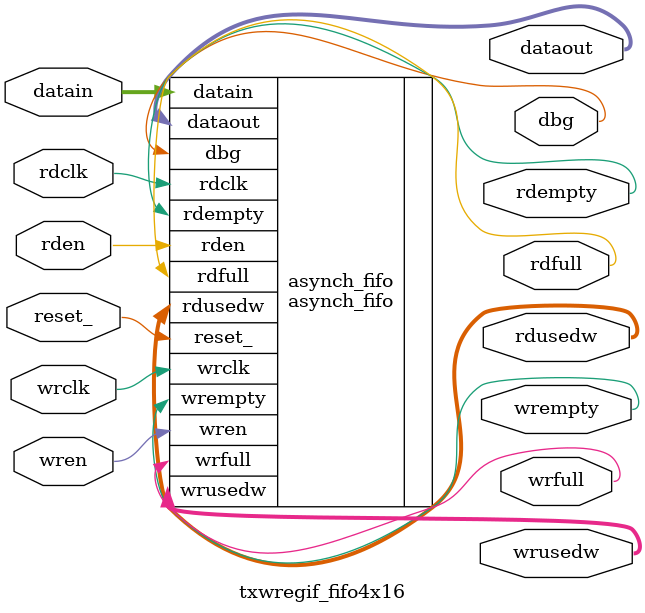
<source format=v>


`timescale 1ns / 1ps
module txwregif_fifo4x16 # (parameter WIDTH = 16,         
								DEPTH = 4,
								PTR	= 2 )          

		  (
			input wire 					reset_,       	//i,
			                                               
			input  wire 				wrclk,          //i, Clk for writing data                                
			input  wire 				wren,           //i, request to write                                    
			input  wire [WIDTH-1 : 0]	datain,         //i, Data coming in                                      
			output wire					wrfull,         //o, indicates fifo is full or not (To avoid overiding)  
			output wire 			 	wrempty,        //o, indicates fifo is empty or not (to avoid underflow) 
			output wire	[PTR  : 0]		wrusedw,        //o, number of slots currently in use for writting     
                                                           
                                                           
			                                               
			input  wire 				rdclk,          //i, Clk for reading data                                
			input  wire 				rden,           //i, Request to read from FIFO                           
			output wire [WIDTH-1 : 0]	dataout,        //o, Data coming out                                     
			output wire 				rdfull,         //o, indicates fifo is full or not (To avoid overiding) 
			output wire 				rdempty,    	//o, indicates fifo is empty or not (to avoid underflow)      
			output wire [PTR  : 0] 		rdusedw,        //o, number of slots currently in use for reading
                                                           
			                                               
			output wire 				dbg             //o,

);


			
			
asynch_fifo # ( .WIDTH(WIDTH),         
								.DEPTH(DEPTH),
								.PTR(PTR) )          

asynch_fifo		  (
			.reset_(reset_),
			
			.wrclk(wrclk),                      	    // Clk for writing data                                
			.wren(wren),                        	    // request to write                                    
			.datain(datain),                    	   	// Data coming in                                      
			.wrfull(wrfull),                    	    // indicates fifo is full or not (To avoid overiding)  
			.wrempty(wrempty),                  	   	// indicates fifo is empty or not (to avoid underflow) 
			.wrusedw(wrusedw),                  	    // number of slots currently in use for writting     
                                                	    
                                                	
			                                    	  // Clk for reading data                                  
			.rdclk(rdclk),                      	  // Request to read from FIFO                             
			.rden(rden),                        	  // Data coming out                                       
			.dataout(dataout),                  	  // indicates fifo is full or not (To avoid overiding)     
			.rdfull(rdfull),                    	  // indicates fifo is empty or not (to avoid underflow)   
			.rdempty(rdempty),                  	  // number of slots currently in use for reading          
			.rdusedw(rdusedw),    

			
			.dbg(dbg)

);			
			
			
			
			
endmodule




</source>
